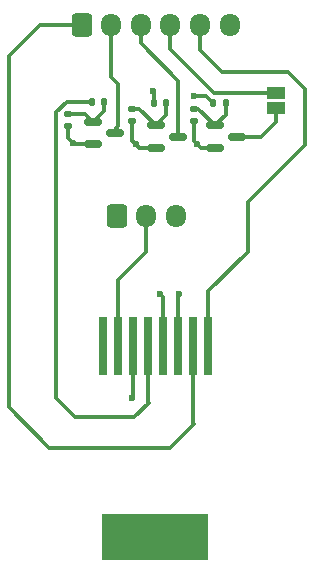
<source format=gtl>
%TF.GenerationSoftware,KiCad,Pcbnew,9.0.4*%
%TF.CreationDate,2025-10-04T14:06:53+04:00*%
%TF.ProjectId,handheld1_motion4sim_FO41AFC70E184,68616e64-6865-46c6-9431-5f6d6f74696f,rev?*%
%TF.SameCoordinates,Original*%
%TF.FileFunction,Copper,L1,Top*%
%TF.FilePolarity,Positive*%
%FSLAX46Y46*%
G04 Gerber Fmt 4.6, Leading zero omitted, Abs format (unit mm)*
G04 Created by KiCad (PCBNEW 9.0.4) date 2025-10-04 14:06:53*
%MOMM*%
%LPD*%
G01*
G04 APERTURE LIST*
G04 Aperture macros list*
%AMRoundRect*
0 Rectangle with rounded corners*
0 $1 Rounding radius*
0 $2 $3 $4 $5 $6 $7 $8 $9 X,Y pos of 4 corners*
0 Add a 4 corners polygon primitive as box body*
4,1,4,$2,$3,$4,$5,$6,$7,$8,$9,$2,$3,0*
0 Add four circle primitives for the rounded corners*
1,1,$1+$1,$2,$3*
1,1,$1+$1,$4,$5*
1,1,$1+$1,$6,$7*
1,1,$1+$1,$8,$9*
0 Add four rect primitives between the rounded corners*
20,1,$1+$1,$2,$3,$4,$5,0*
20,1,$1+$1,$4,$5,$6,$7,0*
20,1,$1+$1,$6,$7,$8,$9,0*
20,1,$1+$1,$8,$9,$2,$3,0*%
G04 Aperture macros list end*
%TA.AperFunction,SMDPad,CuDef*%
%ADD10RoundRect,0.150000X-0.587500X-0.150000X0.587500X-0.150000X0.587500X0.150000X-0.587500X0.150000X0*%
%TD*%
%TA.AperFunction,SMDPad,CuDef*%
%ADD11R,1.500000X1.000000*%
%TD*%
%TA.AperFunction,SMDPad,CuDef*%
%ADD12RoundRect,0.135000X0.185000X-0.135000X0.185000X0.135000X-0.185000X0.135000X-0.185000X-0.135000X0*%
%TD*%
%TA.AperFunction,SMDPad,CuDef*%
%ADD13RoundRect,0.135000X-0.135000X-0.185000X0.135000X-0.185000X0.135000X0.185000X-0.135000X0.185000X0*%
%TD*%
%TA.AperFunction,ComponentPad*%
%ADD14RoundRect,0.250000X-0.600000X-0.725000X0.600000X-0.725000X0.600000X0.725000X-0.600000X0.725000X0*%
%TD*%
%TA.AperFunction,ComponentPad*%
%ADD15O,1.700000X1.950000*%
%TD*%
%TA.AperFunction,SMDPad,CuDef*%
%ADD16R,0.770000X5.000000*%
%TD*%
%TA.AperFunction,SMDPad,CuDef*%
%ADD17R,9.000000X3.915000*%
%TD*%
%TA.AperFunction,ViaPad*%
%ADD18C,0.600000*%
%TD*%
%TA.AperFunction,Conductor*%
%ADD19C,0.300000*%
%TD*%
G04 APERTURE END LIST*
D10*
%TO.P,Q2,1,G*%
%TO.N,Net-(Q2-G)*%
X147050000Y-84525000D03*
%TO.P,Q2,2,S*%
%TO.N,GND*%
X147050000Y-86425000D03*
%TO.P,Q2,3,D*%
%TO.N,/G_cathode*%
X148925000Y-85475000D03*
%TD*%
D11*
%TO.P,JP1,1,A*%
%TO.N,Net-(JP1-A)*%
X157200000Y-83050000D03*
%TO.P,JP1,2,B*%
%TO.N,/Y_cathode*%
X157200000Y-81750000D03*
%TD*%
D12*
%TO.P,R5,1*%
%TO.N,GND*%
X145000000Y-84110000D03*
%TO.P,R5,2*%
%TO.N,Net-(Q2-G)*%
X145000000Y-83090000D03*
%TD*%
%TO.P,R4,1*%
%TO.N,GND*%
X150200000Y-84110000D03*
%TO.P,R4,2*%
%TO.N,Net-(Q3-G)*%
X150200000Y-83090000D03*
%TD*%
D13*
%TO.P,R3,1*%
%TO.N,LED_RED*%
X141580000Y-82525000D03*
%TO.P,R3,2*%
%TO.N,Net-(Q1-G)*%
X142600000Y-82525000D03*
%TD*%
D14*
%TO.P,J3,1,Pin_1*%
%TO.N,ONLINE*%
X140750000Y-76000000D03*
D15*
%TO.P,J3,2,Pin_2*%
%TO.N,/R_cathode*%
X143250000Y-76000000D03*
%TO.P,J3,3,Pin_3*%
%TO.N,/G_cathode*%
X145750000Y-76000000D03*
%TO.P,J3,4,Pin_4*%
%TO.N,/Y_cathode*%
X148250000Y-76000000D03*
%TO.P,J3,5,Pin_5*%
%TO.N,VCC_5V0*%
X150750000Y-76000000D03*
%TO.P,J3,6,Pin_6*%
%TO.N,GND*%
X153250000Y-76000000D03*
%TD*%
D13*
%TO.P,R1,1*%
%TO.N,LED_GREEN*%
X146890000Y-82600000D03*
%TO.P,R1,2*%
%TO.N,Net-(Q2-G)*%
X147910000Y-82600000D03*
%TD*%
D16*
%TO.P,J1,1*%
%TO.N,/I2C_SDA*%
X142555000Y-103160000D03*
%TO.P,J1,2*%
%TO.N,FAULTSTOP*%
X143825000Y-103160000D03*
%TO.P,J1,3*%
%TO.N,GND*%
X145095000Y-103160000D03*
%TO.P,J1,4*%
%TO.N,LED_RED*%
X146365000Y-103160000D03*
%TO.P,J1,5*%
%TO.N,LED_GREEN*%
X147635000Y-103160000D03*
%TO.P,J1,6*%
%TO.N,LED_YELLOW*%
X148905000Y-103160000D03*
%TO.P,J1,7*%
%TO.N,ONLINE*%
X150175000Y-103160000D03*
%TO.P,J1,8*%
%TO.N,VCC_5V0*%
X151445000Y-103160000D03*
D17*
%TO.P,J1,L*%
%TO.N,N/C*%
X146975000Y-119382500D03*
%TD*%
D10*
%TO.P,Q3,1,G*%
%TO.N,Net-(Q3-G)*%
X152050000Y-84525000D03*
%TO.P,Q3,2,S*%
%TO.N,GND*%
X152050000Y-86425000D03*
%TO.P,Q3,3,D*%
%TO.N,Net-(JP1-A)*%
X153925000Y-85475000D03*
%TD*%
D12*
%TO.P,R6,1*%
%TO.N,GND*%
X139600000Y-84600000D03*
%TO.P,R6,2*%
%TO.N,Net-(Q1-G)*%
X139600000Y-83580000D03*
%TD*%
D10*
%TO.P,Q1,1,G*%
%TO.N,Net-(Q1-G)*%
X141650000Y-84225000D03*
%TO.P,Q1,2,S*%
%TO.N,GND*%
X141650000Y-86125000D03*
%TO.P,Q1,3,D*%
%TO.N,/R_cathode*%
X143525000Y-85175000D03*
%TD*%
D14*
%TO.P,J2,1,Pin_1*%
%TO.N,GND*%
X143700000Y-92200000D03*
D15*
%TO.P,J2,2,Pin_2*%
%TO.N,FAULTSTOP*%
X146200000Y-92200000D03*
%TO.P,J2,3,Pin_3*%
%TO.N,/E_NC*%
X148700000Y-92200000D03*
%TD*%
D13*
%TO.P,R2,1*%
%TO.N,LED_YELLOW*%
X151890000Y-82600000D03*
%TO.P,R2,2*%
%TO.N,Net-(Q3-G)*%
X152910000Y-82600000D03*
%TD*%
D18*
%TO.N,GND*%
X145000000Y-107600000D03*
X140000000Y-86000000D03*
X145300000Y-86100000D03*
X150500000Y-86100000D03*
%TO.N,LED_GREEN*%
X147400000Y-98800000D03*
X146800000Y-81600000D03*
%TO.N,LED_YELLOW*%
X150200000Y-82000000D03*
X149000000Y-98800000D03*
%TD*%
D19*
%TO.N,FAULTSTOP*%
X146200000Y-95200000D02*
X143825000Y-97575000D01*
X143825000Y-97575000D02*
X143825000Y-103160000D01*
X146200000Y-92200000D02*
X146200000Y-95200000D01*
%TO.N,GND*%
X145300000Y-86100000D02*
X145625000Y-86425000D01*
X145625000Y-86425000D02*
X147050000Y-86425000D01*
X150200000Y-85800000D02*
X150500000Y-86100000D01*
X140000000Y-86000000D02*
X140125000Y-86125000D01*
X140125000Y-86125000D02*
X141650000Y-86125000D01*
X150825000Y-86425000D02*
X152050000Y-86425000D01*
X145000000Y-84110000D02*
X145000000Y-85800000D01*
X139600000Y-84600000D02*
X139600000Y-85600000D01*
X145095000Y-103160000D02*
X145095000Y-107505000D01*
X145095000Y-107505000D02*
X145000000Y-107600000D01*
X150200000Y-84110000D02*
X150200000Y-85800000D01*
X150500000Y-86100000D02*
X150825000Y-86425000D01*
X145000000Y-85800000D02*
X145300000Y-86100000D01*
X139600000Y-85600000D02*
X140000000Y-86000000D01*
%TO.N,ONLINE*%
X150175000Y-109775000D02*
X150175000Y-103160000D01*
X140750000Y-76000000D02*
X137200000Y-76000000D01*
X134600000Y-78600000D02*
X134600000Y-108400000D01*
X148200000Y-111800000D02*
X150200000Y-109800000D01*
X137200000Y-76000000D02*
X134600000Y-78600000D01*
X150200000Y-109800000D02*
X150175000Y-109775000D01*
X134600000Y-108400000D02*
X138000000Y-111800000D01*
X138000000Y-111800000D02*
X148200000Y-111800000D01*
%TO.N,LED_RED*%
X141580000Y-82525000D02*
X139475000Y-82525000D01*
X139475000Y-82525000D02*
X138600000Y-83400000D01*
X145200000Y-109200000D02*
X146400000Y-108000000D01*
X140200000Y-109200000D02*
X145200000Y-109200000D01*
X146400000Y-108000000D02*
X146365000Y-107965000D01*
X138600000Y-107600000D02*
X140200000Y-109200000D01*
X138600000Y-83400000D02*
X138600000Y-107600000D01*
X146365000Y-107965000D02*
X146365000Y-103160000D01*
%TO.N,LED_GREEN*%
X146890000Y-81690000D02*
X146800000Y-81600000D01*
X147635000Y-99035000D02*
X147635000Y-103160000D01*
X146890000Y-82600000D02*
X146890000Y-81690000D01*
X147400000Y-98800000D02*
X147635000Y-99035000D01*
%TO.N,VCC_5V0*%
X150750000Y-78150000D02*
X152600000Y-80000000D01*
X150750000Y-76000000D02*
X150750000Y-78150000D01*
X152600000Y-80000000D02*
X158200000Y-80000000D01*
X151445000Y-98555000D02*
X151445000Y-103160000D01*
X159600000Y-81400000D02*
X159600000Y-86200000D01*
X154800000Y-91000000D02*
X154800000Y-95200000D01*
X158200000Y-80000000D02*
X159600000Y-81400000D01*
X154800000Y-95200000D02*
X151445000Y-98555000D01*
X159600000Y-86200000D02*
X154800000Y-91000000D01*
%TO.N,LED_YELLOW*%
X151890000Y-82600000D02*
X151290000Y-82000000D01*
X148905000Y-98895000D02*
X148905000Y-103160000D01*
X151290000Y-82000000D02*
X150200000Y-82000000D01*
X149000000Y-98800000D02*
X148905000Y-98895000D01*
%TO.N,/R_cathode*%
X143525000Y-84875001D02*
X143525000Y-85175000D01*
X143800000Y-81000000D02*
X143800000Y-84600000D01*
X143250000Y-76000000D02*
X143250000Y-80450000D01*
X143250000Y-80450000D02*
X143800000Y-81000000D01*
X143800000Y-84600000D02*
X143525000Y-84875001D01*
%TO.N,/G_cathode*%
X145750000Y-76000000D02*
X145750000Y-77550000D01*
X148925000Y-80725000D02*
X148925000Y-85475000D01*
X145750000Y-77550000D02*
X148925000Y-80725000D01*
%TO.N,/Y_cathode*%
X151950000Y-81750000D02*
X148250000Y-78050000D01*
X157200000Y-81750000D02*
X151950000Y-81750000D01*
X148250000Y-78050000D02*
X148250000Y-76000000D01*
%TO.N,Net-(JP1-A)*%
X153925000Y-85475000D02*
X155925000Y-85475000D01*
X155925000Y-85475000D02*
X157200000Y-84200000D01*
X157200000Y-84200000D02*
X157200000Y-83050000D01*
%TO.N,Net-(Q1-G)*%
X141005000Y-83580000D02*
X141650000Y-84225000D01*
X142600000Y-83275000D02*
X141650000Y-84225000D01*
X139600000Y-83580000D02*
X141005000Y-83580000D01*
X142600000Y-82525000D02*
X142600000Y-83275000D01*
%TO.N,Net-(Q2-G)*%
X147910000Y-82600000D02*
X147910000Y-83665000D01*
X147910000Y-83665000D02*
X147050000Y-84525000D01*
X145615000Y-83090000D02*
X147050000Y-84525000D01*
X145000000Y-83090000D02*
X145615000Y-83090000D01*
%TO.N,Net-(Q3-G)*%
X150615000Y-83090000D02*
X152050000Y-84525000D01*
X150200000Y-83090000D02*
X150615000Y-83090000D01*
X152910000Y-82600000D02*
X152910000Y-83665000D01*
X152910000Y-83665000D02*
X152050000Y-84525000D01*
%TD*%
M02*

</source>
